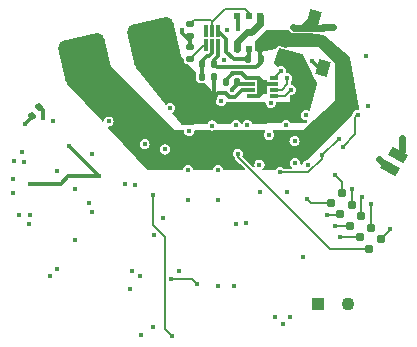
<source format=gbr>
%TF.GenerationSoftware,KiCad,Pcbnew,8.0.3*%
%TF.CreationDate,2024-08-05T21:53:05-05:00*%
%TF.ProjectId,GeckoSmartWatch_V4_1,4765636b-6f53-46d6-9172-745761746368,rev?*%
%TF.SameCoordinates,Original*%
%TF.FileFunction,Copper,L4,Bot*%
%TF.FilePolarity,Positive*%
%FSLAX46Y46*%
G04 Gerber Fmt 4.6, Leading zero omitted, Abs format (unit mm)*
G04 Created by KiCad (PCBNEW 8.0.3) date 2024-08-05 21:53:05*
%MOMM*%
%LPD*%
G01*
G04 APERTURE LIST*
G04 Aperture macros list*
%AMRoundRect*
0 Rectangle with rounded corners*
0 $1 Rounding radius*
0 $2 $3 $4 $5 $6 $7 $8 $9 X,Y pos of 4 corners*
0 Add a 4 corners polygon primitive as box body*
4,1,4,$2,$3,$4,$5,$6,$7,$8,$9,$2,$3,0*
0 Add four circle primitives for the rounded corners*
1,1,$1+$1,$2,$3*
1,1,$1+$1,$4,$5*
1,1,$1+$1,$6,$7*
1,1,$1+$1,$8,$9*
0 Add four rect primitives between the rounded corners*
20,1,$1+$1,$2,$3,$4,$5,0*
20,1,$1+$1,$4,$5,$6,$7,0*
20,1,$1+$1,$6,$7,$8,$9,0*
20,1,$1+$1,$8,$9,$2,$3,0*%
%AMRotRect*
0 Rectangle, with rotation*
0 The origin of the aperture is its center*
0 $1 length*
0 $2 width*
0 $3 Rotation angle, in degrees counterclockwise*
0 Add horizontal line*
21,1,$1,$2,0,0,$3*%
G04 Aperture macros list end*
%TA.AperFunction,ComponentPad*%
%ADD10C,1.100000*%
%TD*%
%TA.AperFunction,ComponentPad*%
%ADD11R,1.100000X1.100000*%
%TD*%
%TA.AperFunction,SMDPad,CuDef*%
%ADD12RoundRect,0.140000X-0.140000X-0.170000X0.140000X-0.170000X0.140000X0.170000X-0.140000X0.170000X0*%
%TD*%
%TA.AperFunction,SMDPad,CuDef*%
%ADD13RoundRect,0.135000X-0.185000X0.135000X-0.185000X-0.135000X0.185000X-0.135000X0.185000X0.135000X0*%
%TD*%
%TA.AperFunction,SMDPad,CuDef*%
%ADD14C,0.787000*%
%TD*%
%TA.AperFunction,SMDPad,CuDef*%
%ADD15RoundRect,0.135000X0.135000X0.185000X-0.135000X0.185000X-0.135000X-0.185000X0.135000X-0.185000X0*%
%TD*%
%TA.AperFunction,SMDPad,CuDef*%
%ADD16RotRect,0.800000X1.500000X240.000000*%
%TD*%
%TA.AperFunction,SMDPad,CuDef*%
%ADD17RoundRect,0.135000X0.054942X-0.222332X0.228495X-0.015500X-0.054942X0.222332X-0.228495X0.015500X0*%
%TD*%
%TA.AperFunction,SMDPad,CuDef*%
%ADD18RoundRect,0.135000X-0.135000X-0.185000X0.135000X-0.185000X0.135000X0.185000X-0.135000X0.185000X0*%
%TD*%
%TA.AperFunction,SMDPad,CuDef*%
%ADD19R,0.750000X0.300000*%
%TD*%
%TA.AperFunction,SMDPad,CuDef*%
%ADD20R,0.900000X1.300000*%
%TD*%
%TA.AperFunction,SMDPad,CuDef*%
%ADD21RoundRect,0.140000X0.140000X0.170000X-0.140000X0.170000X-0.140000X-0.170000X0.140000X-0.170000X0*%
%TD*%
%TA.AperFunction,SMDPad,CuDef*%
%ADD22R,0.300000X1.050000*%
%TD*%
%TA.AperFunction,SMDPad,CuDef*%
%ADD23RoundRect,0.600000X-1.049187X-1.679050X1.679050X-1.049187X1.049187X1.679050X-1.679050X1.049187X0*%
%TD*%
%TA.AperFunction,SMDPad,CuDef*%
%ADD24RoundRect,0.135000X0.185000X-0.135000X0.185000X0.135000X-0.185000X0.135000X-0.185000X-0.135000X0*%
%TD*%
%TA.AperFunction,SMDPad,CuDef*%
%ADD25R,0.620000X0.575000*%
%TD*%
%TA.AperFunction,SMDPad,CuDef*%
%ADD26RotRect,1.000000X1.300000X165.000000*%
%TD*%
%TA.AperFunction,ViaPad*%
%ADD27C,0.450000*%
%TD*%
%TA.AperFunction,Conductor*%
%ADD28C,0.570000*%
%TD*%
%TA.AperFunction,Conductor*%
%ADD29C,0.300000*%
%TD*%
%TA.AperFunction,Conductor*%
%ADD30C,0.200000*%
%TD*%
%TA.AperFunction,Conductor*%
%ADD31C,0.349300*%
%TD*%
%TA.AperFunction,Conductor*%
%ADD32C,0.590000*%
%TD*%
%TA.AperFunction,Conductor*%
%ADD33C,1.000000*%
%TD*%
%TA.AperFunction,Conductor*%
%ADD34C,0.254000*%
%TD*%
%TA.AperFunction,Conductor*%
%ADD35C,0.150000*%
%TD*%
G04 APERTURE END LIST*
D10*
%TO.P,U7,2,GND*%
%TO.N,GND*%
X155140000Y-110358000D03*
D11*
%TO.P,U7,1,VBUS*%
%TO.N,Net-(D2-A)*%
X152600000Y-110358000D03*
%TD*%
D12*
%TO.P,C28,1*%
%TO.N,Net-(IC2-BAT)*%
X142820000Y-90025000D03*
%TO.P,C28,2*%
%TO.N,Net-(BT1--)*%
X143780000Y-90025000D03*
%TD*%
D13*
%TO.P,R13,1*%
%TO.N,Net-(IC2-COUT)*%
X141825000Y-86690000D03*
%TO.P,R13,2*%
%TO.N,GND*%
X141825000Y-87710000D03*
%TD*%
D14*
%TO.P,J1,1,Pin_1*%
%TO.N,+3V0*%
X154667319Y-101004246D03*
%TO.P,J1,2,Pin_2*%
%TO.N,SWDIO*%
X155483659Y-101977122D03*
%TO.P,J1,3,Pin_3*%
%TO.N,GND*%
X156300000Y-102950000D03*
%TO.P,J1,4,Pin_4*%
%TO.N,SWDCLK*%
X157116339Y-103922876D03*
%TO.P,J1,5,Pin_5*%
%TO.N,USB_RTS*%
X157932681Y-104895752D03*
%TO.P,J1,6,Pin_6*%
%TO.N,SWO*%
X156959804Y-105712092D03*
%TO.P,J1,7,Pin_7*%
%TO.N,USB_RX*%
X156143463Y-104739215D03*
%TO.P,J1,8,Pin_8*%
%TO.N,USB_CTS*%
X155327124Y-103766339D03*
%TO.P,J1,9,Pin_9*%
%TO.N,USB_TX*%
X154510784Y-102793462D03*
%TO.P,J1,10,Pin_10*%
%TO.N,~{RESET}*%
X153694443Y-101820586D03*
%TD*%
D15*
%TO.P,R11,1*%
%TO.N,VCELL*%
X143810000Y-91150000D03*
%TO.P,R11,2*%
%TO.N,Net-(IC2-BAT)*%
X142790000Y-91150000D03*
%TD*%
D16*
%TO.P,M1,1,+*%
%TO.N,+3V0*%
X159364824Y-97775065D03*
%TO.P,M1,2,-*%
%TO.N,Net-(D1-A)*%
X158714821Y-98900899D03*
%TD*%
D17*
%TO.P,TH1,1*%
%TO.N,Net-(U6-NTC)*%
X128372179Y-94465682D03*
%TO.P,TH1,2*%
%TO.N,GND*%
X129027821Y-93684318D03*
%TD*%
D18*
%TO.P,R14,1*%
%TO.N,Net-(IC2-DOUT)*%
X146740000Y-89650000D03*
%TO.P,R14,2*%
%TO.N,Net-(BT1--)*%
X147760000Y-89650000D03*
%TD*%
D19*
%TO.P,IC1,1,CTG*%
%TO.N,GND*%
X146925000Y-92737500D03*
%TO.P,IC1,2,CELL*%
%TO.N,VCELL*%
X146925000Y-92237500D03*
%TO.P,IC1,3,VDD*%
%TO.N,+3V0*%
X146925000Y-91737500D03*
%TO.P,IC1,4,GND*%
%TO.N,GND*%
X146925000Y-91237500D03*
%TO.P,IC1,5,~{ALRT}*%
%TO.N,FUEL_ALERT*%
X148925000Y-91237500D03*
%TO.P,IC1,6,QSTRT*%
%TO.N,GND*%
X148925000Y-91737500D03*
%TO.P,IC1,7,SCL*%
%TO.N,SCL*%
X148925000Y-92237500D03*
%TO.P,IC1,8,SDA*%
%TO.N,SDA*%
X148925000Y-92737500D03*
D20*
%TO.P,IC1,9,EP*%
%TO.N,GND*%
X147925000Y-91987500D03*
%TD*%
D21*
%TO.P,C22,1*%
%TO.N,+3V0*%
X145805000Y-91550000D03*
%TO.P,C22,2*%
%TO.N,GND*%
X144845000Y-91550000D03*
%TD*%
D22*
%TO.P,IC2,1,NC*%
%TO.N,unconnected-(IC2-NC-Pad1)*%
X143175000Y-87262000D03*
%TO.P,IC2,2,COUT*%
%TO.N,Net-(IC2-COUT)*%
X143675000Y-87262000D03*
%TO.P,IC2,3,DOUT*%
%TO.N,Net-(IC2-DOUT)*%
X144175000Y-87262000D03*
%TO.P,IC2,4,VSS*%
%TO.N,Net-(BT1--)*%
X144175000Y-88462000D03*
%TO.P,IC2,5,BAT*%
%TO.N,Net-(IC2-BAT)*%
X143675000Y-88462000D03*
%TO.P,IC2,6,V-*%
%TO.N,Net-(IC2-V-)*%
X143175000Y-88462000D03*
%TD*%
D23*
%TO.P,BT1,1,+*%
%TO.N,VCELL*%
X138773110Y-88405147D03*
%TO.P,BT1,2,-*%
%TO.N,Net-(BT1--)*%
X132926890Y-89754853D03*
%TD*%
D24*
%TO.P,R12,1*%
%TO.N,Net-(IC2-V-)*%
X141825000Y-89635000D03*
%TO.P,R12,2*%
%TO.N,GND*%
X141825000Y-88615000D03*
%TD*%
D25*
%TO.P,U8,1,S1*%
%TO.N,GND*%
X145800000Y-86012000D03*
%TO.P,U8,2,G1*%
%TO.N,Net-(IC2-COUT)*%
X146750000Y-86012000D03*
%TO.P,U8,3,D2*%
%TO.N,Net-(U8-D1)*%
X147700000Y-86012000D03*
%TO.P,U8,4,S2*%
%TO.N,Net-(BT1--)*%
X147700000Y-88788000D03*
%TO.P,U8,5,G2*%
%TO.N,Net-(IC2-DOUT)*%
X146750000Y-88788000D03*
%TO.P,U8,6,D1*%
%TO.N,Net-(U8-D1)*%
X145800000Y-88788000D03*
%TD*%
D26*
%TO.P,SW1,1,A*%
%TO.N,GND*%
X153010674Y-90386488D03*
%TO.P,SW1,2,B*%
%TO.N,Net-(SW1-B)*%
X152329698Y-86166445D03*
%TO.P,SW1,3,C*%
%TO.N,VCELL*%
X149629933Y-89480622D03*
%TD*%
D27*
%TO.N,GND*%
X156825000Y-93600000D03*
X134900000Y-94925000D03*
X133525000Y-97675000D03*
X141075000Y-87200000D03*
X145865883Y-87090883D03*
%TO.N,+3V0*%
X133275000Y-101850000D03*
X145325000Y-92250000D03*
X154075000Y-99425000D03*
X159750000Y-96350000D03*
X147700000Y-100900000D03*
X129925000Y-108000000D03*
X148637500Y-93350000D03*
X132075000Y-104950000D03*
X145675000Y-95200000D03*
X150639247Y-96595000D03*
X133475000Y-102625000D03*
X137625000Y-113000000D03*
X137575000Y-108000000D03*
X151608147Y-94400000D03*
X139475000Y-103075000D03*
X151742500Y-98592500D03*
X145725000Y-103600000D03*
X139675000Y-97300000D03*
X145500000Y-108900000D03*
X147672106Y-98575001D03*
%TO.N,GND*%
X130550000Y-107450000D03*
X150675000Y-98450000D03*
X138750000Y-104525000D03*
X141625000Y-101575000D03*
X146525000Y-103550000D03*
X145350000Y-90900000D03*
X144150000Y-108850000D03*
X143650000Y-95275000D03*
X144165000Y-101575000D03*
X149975000Y-100875000D03*
X129325000Y-94600000D03*
X140900000Y-107575000D03*
X144425000Y-93225000D03*
X144636052Y-89700701D03*
X148475000Y-96050000D03*
X151375000Y-106425000D03*
X152150000Y-89825000D03*
X136700000Y-109100000D03*
X140125000Y-93775000D03*
X130500000Y-99125000D03*
X144925587Y-87199413D03*
X126770000Y-101025000D03*
X156725000Y-89400000D03*
X149900000Y-95200000D03*
X136250000Y-100250000D03*
X136900000Y-107550000D03*
X126770000Y-99825000D03*
X138650000Y-112350000D03*
X132025000Y-100625000D03*
X156350000Y-101300000D03*
X137950000Y-96850000D03*
X144165000Y-99035000D03*
X146655000Y-95255000D03*
X141625000Y-99035000D03*
%TO.N,/Power/VSYS*%
X134125000Y-99550000D03*
X131525000Y-97025000D03*
X128267702Y-100225000D03*
%TO.N,Net-(SW1-B)*%
X130225000Y-94850000D03*
X150525000Y-86925000D03*
X153875000Y-86950000D03*
X127575000Y-97550000D03*
X151325000Y-86975000D03*
X153075000Y-86925000D03*
X126900000Y-98275000D03*
X127713000Y-98350000D03*
%TO.N,VBUS*%
X128150000Y-103625000D03*
X128225000Y-102825000D03*
X149000000Y-111500000D03*
X150275000Y-111500000D03*
X127350000Y-102825000D03*
X149675000Y-112075000D03*
%TO.N,Net-(D1-A)*%
X157775000Y-98100000D03*
%TO.N,SCL*%
X150025000Y-91275000D03*
%TO.N,FUEL_ALERT*%
X149475000Y-90650000D03*
%TO.N,SDA*%
X152950000Y-97800000D03*
X150325000Y-92250000D03*
X149425000Y-99225000D03*
X154375000Y-96375000D03*
%TO.N,USB_RTS*%
X158725000Y-104075000D03*
%TO.N,SWDIO*%
X155483659Y-100625000D03*
%TO.N,SWDCLK*%
X157116339Y-101925000D03*
%TO.N,USB_CTS*%
X154025000Y-103800000D03*
%TO.N,USB_RX*%
X154500000Y-104725000D03*
%TO.N,USB_TX*%
X153425000Y-102875000D03*
%TO.N,SWO*%
X145850000Y-97650000D03*
%TO.N,~{RESET}*%
X151675000Y-101475000D03*
%TO.N,BUZZER*%
X155978203Y-94346797D03*
X154725000Y-97100000D03*
%TO.N,LCD_CS*%
X142394576Y-108725000D03*
X140150000Y-108250000D03*
%TO.N,Net-(U6-NTC)*%
X127800000Y-95175000D03*
%TO.N,LCD_RESET*%
X138650000Y-101150000D03*
X140275000Y-113100000D03*
%TO.N,Net-(U1-DEC4)*%
X141731232Y-95743768D03*
X137158946Y-100316054D03*
%TD*%
D28*
%TO.N,+3V0*%
X159750000Y-97389889D02*
X159364824Y-97775065D01*
X159750000Y-96350000D02*
X159750000Y-97389889D01*
D29*
%TO.N,Net-(BT1--)*%
X147700000Y-89590000D02*
X147760000Y-89650000D01*
X147700000Y-88788000D02*
X147700000Y-89590000D01*
%TO.N,Net-(IC2-DOUT)*%
X146750000Y-89640000D02*
X146740000Y-89650000D01*
X146750000Y-88788000D02*
X146750000Y-89640000D01*
D30*
%TO.N,Net-(IC2-COUT)*%
X142140000Y-86375000D02*
X141825000Y-86690000D01*
X143563000Y-86375000D02*
X142140000Y-86375000D01*
X143675000Y-86487000D02*
X143563000Y-86375000D01*
X146750000Y-85764500D02*
X146410000Y-85424500D01*
X146750000Y-86012000D02*
X146750000Y-85764500D01*
X146410000Y-85424500D02*
X144737500Y-85424500D01*
X144737500Y-85424500D02*
X143675000Y-86487000D01*
X143675000Y-87262000D02*
X143675000Y-86487000D01*
X141825000Y-86650000D02*
X141825000Y-86690000D01*
D31*
%TO.N,GND*%
X141075000Y-87400000D02*
X141075000Y-87200000D01*
X141825000Y-88150000D02*
X141825000Y-88615000D01*
X141825000Y-88150000D02*
X141075000Y-87400000D01*
X141825000Y-87710000D02*
X141825000Y-88150000D01*
D30*
%TO.N,Net-(IC2-V-)*%
X142998000Y-88462000D02*
X141825000Y-89635000D01*
X143175000Y-88462000D02*
X142998000Y-88462000D01*
D31*
%TO.N,GND*%
X145865883Y-86077883D02*
X145800000Y-86012000D01*
X145865883Y-87090883D02*
X145865883Y-86077883D01*
D32*
%TO.N,Net-(U8-D1)*%
X147700000Y-86649500D02*
X147700000Y-86012000D01*
X146974500Y-87375000D02*
X147700000Y-86649500D01*
X146600000Y-87375000D02*
X146974500Y-87375000D01*
X145800000Y-88788000D02*
X145800000Y-88175000D01*
X145800000Y-88175000D02*
X146600000Y-87375000D01*
D33*
%TO.N,Net-(BT1--)*%
X154575000Y-94650000D02*
X151700000Y-97525000D01*
D31*
X146345854Y-90300350D02*
X144055350Y-90300350D01*
X146390154Y-90344650D02*
X146345854Y-90300350D01*
X144055350Y-90300350D02*
X143780000Y-90025000D01*
D33*
X147033148Y-97525000D02*
X146233148Y-96725000D01*
X140825000Y-96750000D02*
X133829853Y-89754853D01*
D31*
X147675000Y-89565000D02*
X147760000Y-89650000D01*
D29*
X143780000Y-90025000D02*
X143780000Y-89752107D01*
D33*
X152950000Y-88150000D02*
X154575000Y-89775000D01*
X145441852Y-96750000D02*
X140825000Y-96750000D01*
X154575000Y-89775000D02*
X154575000Y-94650000D01*
X151700000Y-97525000D02*
X147033148Y-97525000D01*
X150175000Y-88150000D02*
X152950000Y-88150000D01*
D31*
X147760000Y-89650000D02*
X147760000Y-89969999D01*
D33*
X145466852Y-96725000D02*
X145441852Y-96750000D01*
D29*
X143780000Y-89752107D02*
X144175000Y-89357107D01*
D33*
X133829853Y-89754853D02*
X132926890Y-89754853D01*
D31*
X147760000Y-89969999D02*
X147385349Y-90344650D01*
X147385349Y-90344650D02*
X146390154Y-90344650D01*
D33*
X146233148Y-96725000D02*
X145466852Y-96725000D01*
D29*
X144175000Y-89357107D02*
X144175000Y-88462000D01*
X147675000Y-89727000D02*
X147760000Y-89812000D01*
D33*
%TO.N,VCELL*%
X143287500Y-93437500D02*
X138773110Y-88923110D01*
X150425000Y-94275000D02*
X144125000Y-94275000D01*
X144125000Y-94275000D02*
X143287500Y-93437500D01*
D29*
X143810000Y-91150000D02*
X143810000Y-92915000D01*
D33*
X138773110Y-88923110D02*
X138773110Y-88405147D01*
D29*
X146925000Y-92237500D02*
X146200000Y-92237500D01*
X146200000Y-92237500D02*
X145612500Y-92825000D01*
D33*
X151300000Y-91150689D02*
X151300000Y-93400000D01*
X151300000Y-93400000D02*
X150425000Y-94275000D01*
D34*
X143192963Y-92825000D02*
X138773110Y-88405147D01*
D29*
X144175000Y-92550000D02*
X143287500Y-93437500D01*
X144811827Y-92550000D02*
X144175000Y-92550000D01*
D33*
X149629933Y-89480622D02*
X151300000Y-91150689D01*
D31*
X143810000Y-92915000D02*
X143287500Y-93437500D01*
D29*
X145612500Y-92825000D02*
X145086827Y-92825000D01*
X145086827Y-92825000D02*
X144811827Y-92550000D01*
%TO.N,+3V0*%
X146925000Y-91737500D02*
X145992500Y-91737500D01*
X145325000Y-92250000D02*
X145805000Y-91770000D01*
D30*
X154667319Y-101004246D02*
X154667319Y-100017319D01*
D29*
X145805000Y-91770000D02*
X145805000Y-91550000D01*
X145992500Y-91737500D02*
X145805000Y-91550000D01*
D30*
X154667319Y-100017319D02*
X154075000Y-99425000D01*
D31*
%TO.N,GND*%
X145350000Y-90900000D02*
X145384650Y-90865350D01*
D29*
X153010674Y-90386488D02*
X152711488Y-90386488D01*
X129325000Y-93981497D02*
X129027821Y-93684318D01*
D31*
X145384650Y-90865350D02*
X146163703Y-90865350D01*
D29*
X147650000Y-91237500D02*
X147925000Y-91512500D01*
X152711488Y-90386488D02*
X152150000Y-89825000D01*
X146925000Y-91237500D02*
X147650000Y-91237500D01*
D31*
X146163703Y-90865350D02*
X146511203Y-91212850D01*
D29*
X148175000Y-91737500D02*
X148925000Y-91737500D01*
X147925000Y-91987500D02*
X148175000Y-91737500D01*
X144845000Y-91405000D02*
X144845000Y-91550000D01*
X147650000Y-92737500D02*
X147925000Y-92462500D01*
D30*
X156300000Y-102950000D02*
X156300000Y-101350000D01*
D29*
X129325000Y-94600000D02*
X129325000Y-93981497D01*
X147925000Y-91512500D02*
X147925000Y-91987500D01*
X147925000Y-92462500D02*
X147925000Y-91987500D01*
X146925000Y-92737500D02*
X147650000Y-92737500D01*
D30*
X156300000Y-101350000D02*
X156350000Y-101300000D01*
D29*
X145350000Y-90900000D02*
X144845000Y-91405000D01*
D31*
X146511203Y-91212850D02*
X146925000Y-91212850D01*
D29*
%TO.N,/Power/VSYS*%
X130825000Y-100225000D02*
X128267702Y-100225000D01*
X134050000Y-99550000D02*
X131525000Y-97025000D01*
X134125000Y-99550000D02*
X134050000Y-99550000D01*
X131500000Y-99550000D02*
X130825000Y-100225000D01*
X134125000Y-99550000D02*
X131500000Y-99550000D01*
D28*
%TO.N,Net-(SW1-B)*%
X151325000Y-86975000D02*
X150575000Y-86975000D01*
X150575000Y-86975000D02*
X150525000Y-86925000D01*
X151325000Y-86975000D02*
X153025000Y-86975000D01*
X153850000Y-86925000D02*
X153875000Y-86950000D01*
X153075000Y-86925000D02*
X153850000Y-86925000D01*
X153025000Y-86975000D02*
X153075000Y-86925000D01*
X152133555Y-86166445D02*
X151325000Y-86975000D01*
X152329698Y-86166445D02*
X152133555Y-86166445D01*
D29*
%TO.N,Net-(IC2-BAT)*%
X143675000Y-89150000D02*
X143425000Y-89400000D01*
X143425000Y-89400000D02*
X143225000Y-89400000D01*
X142820000Y-90025000D02*
X142820000Y-91120000D01*
X143225000Y-89400000D02*
X142820000Y-89805000D01*
X143675000Y-88462000D02*
X143675000Y-89150000D01*
X142820000Y-91120000D02*
X142790000Y-91150000D01*
X142820000Y-89805000D02*
X142820000Y-90025000D01*
D28*
%TO.N,Net-(D1-A)*%
X158714821Y-98900899D02*
X158575899Y-98900899D01*
X158575899Y-98900899D02*
X157775000Y-98100000D01*
D30*
%TO.N,SCL*%
X149550000Y-92237500D02*
X148925000Y-92237500D01*
X150025000Y-91762500D02*
X149550000Y-92237500D01*
X150025000Y-91275000D02*
X150025000Y-91762500D01*
%TO.N,FUEL_ALERT*%
X149475000Y-90687500D02*
X148925000Y-91237500D01*
X149475000Y-90650000D02*
X149475000Y-90687500D01*
D35*
%TO.N,SDA*%
X151817107Y-99225000D02*
X152950000Y-98092107D01*
X152950000Y-97800000D02*
X154375000Y-96375000D01*
X149425000Y-99225000D02*
X151817107Y-99225000D01*
X152950000Y-98092107D02*
X152950000Y-97800000D01*
D30*
X149837500Y-92737500D02*
X148925000Y-92737500D01*
X150325000Y-92250000D02*
X149837500Y-92737500D01*
D29*
%TO.N,Net-(IC2-V-)*%
X143165000Y-88472000D02*
X143175000Y-88462000D01*
%TO.N,Net-(IC2-DOUT)*%
X146740000Y-89650000D02*
X145475000Y-89650000D01*
X144850000Y-89025000D02*
X144850000Y-87937000D01*
X146725000Y-89797000D02*
X146740000Y-89812000D01*
X145475000Y-89650000D02*
X144850000Y-89025000D01*
D31*
X146725000Y-89635000D02*
X146740000Y-89650000D01*
D29*
X144850000Y-87937000D02*
X144175000Y-87262000D01*
D35*
%TO.N,USB_RTS*%
X158725000Y-104103433D02*
X157932681Y-104895752D01*
X158725000Y-104075000D02*
X158725000Y-104103433D01*
D30*
%TO.N,SWDIO*%
X155483659Y-100625000D02*
X155483659Y-101977122D01*
%TO.N,SWDCLK*%
X157116339Y-101925000D02*
X157116339Y-103922876D01*
D35*
%TO.N,USB_CTS*%
X154025000Y-103800000D02*
X154058661Y-103766339D01*
X154058661Y-103766339D02*
X155327124Y-103766339D01*
%TO.N,USB_RX*%
X154500000Y-104725000D02*
X156129248Y-104725000D01*
X156129248Y-104725000D02*
X156143463Y-104739215D01*
%TO.N,USB_TX*%
X153425000Y-102875000D02*
X154429245Y-102875000D01*
X154429245Y-102875000D02*
X154510783Y-102793462D01*
%TO.N,SWO*%
X145850000Y-97925000D02*
X153637092Y-105712092D01*
X145850000Y-97650000D02*
X145850000Y-97925000D01*
X153637092Y-105712092D02*
X156959804Y-105712092D01*
D30*
%TO.N,~{RESET}*%
X152020586Y-101820586D02*
X153694443Y-101820586D01*
X151675000Y-101475000D02*
X152020586Y-101820586D01*
D35*
%TO.N,BUZZER*%
X155800000Y-94525000D02*
X155800000Y-96025000D01*
X155978203Y-94346797D02*
X155800000Y-94525000D01*
X155800000Y-96025000D02*
X154725000Y-97100000D01*
%TO.N,LCD_CS*%
X142394576Y-108725000D02*
X141919576Y-108250000D01*
X141919576Y-108250000D02*
X140150000Y-108250000D01*
D34*
%TO.N,Net-(U6-NTC)*%
X127800000Y-95175000D02*
X127800000Y-95037861D01*
X127800000Y-95037861D02*
X128372179Y-94465682D01*
D35*
%TO.N,LCD_RESET*%
X138650000Y-101150000D02*
X138650000Y-103717893D01*
X139650000Y-104717893D02*
X139650000Y-112475000D01*
X139650000Y-112475000D02*
X140275000Y-113100000D01*
X138650000Y-103717893D02*
X139650000Y-104717893D01*
%TD*%
%TA.AperFunction,Conductor*%
%TO.N,Net-(BT1--)*%
G36*
X149857321Y-87151100D02*
G01*
X150070961Y-87183227D01*
X150125693Y-87210577D01*
X150134780Y-87220858D01*
X150136501Y-87223101D01*
X150136504Y-87223104D01*
X150276896Y-87363497D01*
X150387604Y-87427414D01*
X150511083Y-87460500D01*
X150511085Y-87460500D01*
X151907425Y-87460500D01*
X151922147Y-87461601D01*
X153146731Y-87645749D01*
X153196650Y-87668664D01*
X155323582Y-89502226D01*
X155355311Y-89554542D01*
X155356308Y-89559303D01*
X156137619Y-93807679D01*
X156129549Y-93868330D01*
X156087370Y-93912654D01*
X156027194Y-93923721D01*
X156024766Y-93923367D01*
X155978205Y-93915993D01*
X155978202Y-93915993D01*
X155845075Y-93937078D01*
X155845073Y-93937079D01*
X155724985Y-93998267D01*
X155629673Y-94093579D01*
X155568485Y-94213667D01*
X155568484Y-94213669D01*
X155547399Y-94346795D01*
X155550836Y-94368500D01*
X155544518Y-94421869D01*
X155529460Y-94458223D01*
X155506502Y-94491808D01*
X151687406Y-98152507D01*
X151634391Y-98178817D01*
X151609376Y-98182779D01*
X151609370Y-98182782D01*
X151489282Y-98243970D01*
X151393970Y-98339282D01*
X151332782Y-98459370D01*
X151332781Y-98459371D01*
X151331823Y-98465423D01*
X151304044Y-98519939D01*
X151302548Y-98521404D01*
X151269543Y-98553040D01*
X151214450Y-98579657D01*
X151154234Y-98568808D01*
X151111895Y-98524637D01*
X151103256Y-98466083D01*
X151105804Y-98450000D01*
X151084719Y-98316874D01*
X151023528Y-98196780D01*
X150928220Y-98101472D01*
X150928217Y-98101470D01*
X150808129Y-98040282D01*
X150808127Y-98040281D01*
X150675000Y-98019196D01*
X150541872Y-98040281D01*
X150541870Y-98040282D01*
X150421782Y-98101470D01*
X150326470Y-98196782D01*
X150265282Y-98316870D01*
X150265281Y-98316872D01*
X150244196Y-98449999D01*
X150244196Y-98450000D01*
X150265281Y-98583127D01*
X150265282Y-98583129D01*
X150317937Y-98686470D01*
X150326472Y-98703220D01*
X150403750Y-98780498D01*
X150431526Y-98835013D01*
X150421955Y-98895445D01*
X150378690Y-98938710D01*
X150333745Y-98949500D01*
X149792256Y-98949500D01*
X149734065Y-98930593D01*
X149722253Y-98920504D01*
X149678221Y-98876473D01*
X149678217Y-98876470D01*
X149558129Y-98815282D01*
X149558127Y-98815281D01*
X149425000Y-98794196D01*
X149291872Y-98815281D01*
X149291870Y-98815282D01*
X149171782Y-98876470D01*
X149171780Y-98876472D01*
X149076472Y-98971780D01*
X149051420Y-99020946D01*
X149008157Y-99064210D01*
X148963212Y-99075000D01*
X148012862Y-99075000D01*
X147954671Y-99056093D01*
X147918707Y-99006593D01*
X147918707Y-98945407D01*
X147942856Y-98905998D01*
X148020634Y-98828221D01*
X148081825Y-98708127D01*
X148102910Y-98575001D01*
X148081825Y-98441875D01*
X148020634Y-98321781D01*
X147925326Y-98226473D01*
X147925323Y-98226471D01*
X147805235Y-98165283D01*
X147805233Y-98165282D01*
X147672106Y-98144197D01*
X147538978Y-98165282D01*
X147538976Y-98165283D01*
X147418888Y-98226471D01*
X147323576Y-98321783D01*
X147262388Y-98441871D01*
X147262387Y-98441873D01*
X147241302Y-98575000D01*
X147241302Y-98575001D01*
X147259821Y-98691930D01*
X147250249Y-98752363D01*
X147206985Y-98795627D01*
X147146552Y-98805198D01*
X147092036Y-98777421D01*
X146255905Y-97941290D01*
X146228128Y-97886773D01*
X146237699Y-97826341D01*
X146237700Y-97826339D01*
X146259719Y-97783126D01*
X146280804Y-97650000D01*
X146259719Y-97516874D01*
X146198528Y-97396780D01*
X146103220Y-97301472D01*
X146103217Y-97301470D01*
X145983129Y-97240282D01*
X145983127Y-97240281D01*
X145850000Y-97219196D01*
X145716872Y-97240281D01*
X145716870Y-97240282D01*
X145596782Y-97301470D01*
X145501470Y-97396782D01*
X145440282Y-97516870D01*
X145440281Y-97516872D01*
X145419196Y-97649999D01*
X145419196Y-97650000D01*
X145440281Y-97783127D01*
X145440282Y-97783129D01*
X145501470Y-97903217D01*
X145501472Y-97903220D01*
X145558067Y-97959815D01*
X145579523Y-97991928D01*
X145609584Y-98064498D01*
X145616443Y-98081058D01*
X146030065Y-98494680D01*
X146441381Y-98905996D01*
X146469158Y-98960513D01*
X146459587Y-99020945D01*
X146416322Y-99064210D01*
X146371377Y-99075000D01*
X144686693Y-99075000D01*
X144628502Y-99056093D01*
X144592538Y-99006593D01*
X144588912Y-98991487D01*
X144582262Y-98949500D01*
X144574719Y-98901874D01*
X144513528Y-98781780D01*
X144418220Y-98686472D01*
X144418217Y-98686470D01*
X144298129Y-98625282D01*
X144298127Y-98625281D01*
X144165000Y-98604196D01*
X144031872Y-98625281D01*
X144031870Y-98625282D01*
X143911782Y-98686470D01*
X143816470Y-98781782D01*
X143755282Y-98901870D01*
X143755281Y-98901872D01*
X143741088Y-98991487D01*
X143713311Y-99046003D01*
X143658794Y-99073781D01*
X143643307Y-99075000D01*
X142146693Y-99075000D01*
X142088502Y-99056093D01*
X142052538Y-99006593D01*
X142048912Y-98991487D01*
X142042262Y-98949500D01*
X142034719Y-98901874D01*
X141973528Y-98781780D01*
X141878220Y-98686472D01*
X141878217Y-98686470D01*
X141758129Y-98625282D01*
X141758127Y-98625281D01*
X141625000Y-98604196D01*
X141491872Y-98625281D01*
X141491870Y-98625282D01*
X141371782Y-98686470D01*
X141276470Y-98781782D01*
X141215282Y-98901870D01*
X141215281Y-98901872D01*
X141201088Y-98991487D01*
X141173311Y-99046003D01*
X141118794Y-99073781D01*
X141103307Y-99075000D01*
X138218172Y-99075000D01*
X138159981Y-99056093D01*
X138145625Y-99043365D01*
X137214190Y-98040282D01*
X136526784Y-97299999D01*
X139244196Y-97299999D01*
X139244196Y-97300000D01*
X139265281Y-97433127D01*
X139265282Y-97433129D01*
X139326470Y-97553217D01*
X139326472Y-97553220D01*
X139421780Y-97648528D01*
X139541874Y-97709719D01*
X139675000Y-97730804D01*
X139808126Y-97709719D01*
X139928220Y-97648528D01*
X140023528Y-97553220D01*
X140084719Y-97433126D01*
X140105804Y-97300000D01*
X140084719Y-97166874D01*
X140023528Y-97046780D01*
X139928220Y-96951472D01*
X139928217Y-96951470D01*
X139808129Y-96890282D01*
X139808127Y-96890281D01*
X139675000Y-96869196D01*
X139541872Y-96890281D01*
X139541870Y-96890282D01*
X139421782Y-96951470D01*
X139326470Y-97046782D01*
X139265282Y-97166870D01*
X139265281Y-97166872D01*
X139244196Y-97299999D01*
X136526784Y-97299999D01*
X136108927Y-96849999D01*
X137519196Y-96849999D01*
X137519196Y-96850000D01*
X137540281Y-96983127D01*
X137540282Y-96983129D01*
X137599831Y-97100000D01*
X137601472Y-97103220D01*
X137696780Y-97198528D01*
X137816874Y-97259719D01*
X137950000Y-97280804D01*
X138083126Y-97259719D01*
X138203220Y-97198528D01*
X138298528Y-97103220D01*
X138359719Y-96983126D01*
X138380804Y-96850000D01*
X138359719Y-96716874D01*
X138298528Y-96596780D01*
X138296747Y-96594999D01*
X150208443Y-96594999D01*
X150208443Y-96595000D01*
X150229528Y-96728127D01*
X150229529Y-96728129D01*
X150289985Y-96846780D01*
X150290719Y-96848220D01*
X150386027Y-96943528D01*
X150506121Y-97004719D01*
X150639247Y-97025804D01*
X150772373Y-97004719D01*
X150892467Y-96943528D01*
X150987775Y-96848220D01*
X151048966Y-96728126D01*
X151070051Y-96595000D01*
X151048966Y-96461874D01*
X150987775Y-96341780D01*
X150892467Y-96246472D01*
X150892464Y-96246470D01*
X150772376Y-96185282D01*
X150772374Y-96185281D01*
X150639247Y-96164196D01*
X150506119Y-96185281D01*
X150506117Y-96185282D01*
X150386029Y-96246470D01*
X150290717Y-96341782D01*
X150229529Y-96461870D01*
X150229528Y-96461872D01*
X150208443Y-96594999D01*
X138296747Y-96594999D01*
X138203220Y-96501472D01*
X138203217Y-96501470D01*
X138083129Y-96440282D01*
X138083127Y-96440281D01*
X137950000Y-96419196D01*
X137816872Y-96440281D01*
X137816870Y-96440282D01*
X137696782Y-96501470D01*
X137601470Y-96596782D01*
X137540282Y-96716870D01*
X137540281Y-96716872D01*
X137519196Y-96849999D01*
X136108927Y-96849999D01*
X134870721Y-95516546D01*
X134844983Y-95461041D01*
X134856784Y-95401005D01*
X134901621Y-95359371D01*
X134927780Y-95351403D01*
X135033126Y-95334719D01*
X135153220Y-95273528D01*
X135248528Y-95178220D01*
X135309719Y-95058126D01*
X135330804Y-94925000D01*
X135309719Y-94791874D01*
X135248528Y-94671780D01*
X135153220Y-94576472D01*
X135153217Y-94576470D01*
X135033129Y-94515282D01*
X135033127Y-94515281D01*
X134900000Y-94494196D01*
X134766872Y-94515281D01*
X134766870Y-94515282D01*
X134646782Y-94576470D01*
X134551470Y-94671782D01*
X134490282Y-94791870D01*
X134490281Y-94791872D01*
X134479502Y-94859926D01*
X134451724Y-94914442D01*
X134397207Y-94942219D01*
X134336775Y-94932647D01*
X134309174Y-94911803D01*
X131465208Y-91849070D01*
X131439469Y-91793564D01*
X131451270Y-91733528D01*
X131496107Y-91691894D01*
X131514623Y-91685447D01*
X135147810Y-90812539D01*
X135208808Y-90817329D01*
X135238985Y-90836893D01*
X140325000Y-95650000D01*
X140325002Y-95650000D01*
X141201428Y-95650000D01*
X141259619Y-95668907D01*
X141295583Y-95718407D01*
X141298401Y-95736200D01*
X141299209Y-95736073D01*
X141321513Y-95876895D01*
X141321514Y-95876897D01*
X141382702Y-95996985D01*
X141382704Y-95996988D01*
X141478012Y-96092296D01*
X141598106Y-96153487D01*
X141731232Y-96174572D01*
X141864358Y-96153487D01*
X141984452Y-96092296D01*
X142079760Y-95996988D01*
X142140951Y-95876894D01*
X142162036Y-95743768D01*
X142163255Y-95736073D01*
X142166090Y-95736522D01*
X142180943Y-95690809D01*
X142230443Y-95654845D01*
X142261036Y-95650000D01*
X143424966Y-95650000D01*
X143469910Y-95660789D01*
X143516874Y-95684719D01*
X143650000Y-95705804D01*
X143783126Y-95684719D01*
X143830089Y-95660789D01*
X143875034Y-95650000D01*
X146469219Y-95650000D01*
X146514161Y-95660789D01*
X146521874Y-95664719D01*
X146655000Y-95685804D01*
X146788126Y-95664719D01*
X146795838Y-95660789D01*
X146840781Y-95650000D01*
X148039707Y-95650000D01*
X148097898Y-95668907D01*
X148133862Y-95718407D01*
X148133862Y-95779593D01*
X148127917Y-95793945D01*
X148065281Y-95916874D01*
X148044196Y-96049999D01*
X148044196Y-96050000D01*
X148065281Y-96183127D01*
X148065282Y-96183129D01*
X148097556Y-96246470D01*
X148126472Y-96303220D01*
X148221780Y-96398528D01*
X148341874Y-96459719D01*
X148475000Y-96480804D01*
X148608126Y-96459719D01*
X148728220Y-96398528D01*
X148823528Y-96303220D01*
X148884719Y-96183126D01*
X148905804Y-96050000D01*
X148884719Y-95916874D01*
X148823528Y-95796780D01*
X148823526Y-95796778D01*
X148822083Y-95793945D01*
X148812512Y-95733513D01*
X148840289Y-95678997D01*
X148894806Y-95651219D01*
X148910293Y-95650000D01*
X151324999Y-95650000D01*
X151325000Y-95650000D01*
X154075000Y-93175000D01*
X154075000Y-90000000D01*
X154074999Y-89999998D01*
X152700000Y-88650000D01*
X150075000Y-88650000D01*
X150021695Y-88658416D01*
X149932848Y-88672444D01*
X149891786Y-88670282D01*
X149348022Y-88524581D01*
X149348020Y-88524580D01*
X149288522Y-88520681D01*
X149288516Y-88520682D01*
X149212992Y-88546319D01*
X149212988Y-88546321D01*
X149153020Y-88598911D01*
X149126642Y-88652396D01*
X149102066Y-88744116D01*
X149068742Y-88795430D01*
X149021880Y-88816281D01*
X148182670Y-88948789D01*
X148167230Y-88950000D01*
X147420645Y-88950000D01*
X147362454Y-88931093D01*
X147326490Y-88881593D01*
X147321704Y-88854412D01*
X147301359Y-88264417D01*
X147318249Y-88205609D01*
X147326111Y-88195452D01*
X148185399Y-87223101D01*
X148220447Y-87183442D01*
X148273149Y-87152359D01*
X148294631Y-87150000D01*
X149842600Y-87150000D01*
X149857321Y-87151100D01*
G37*
%TD.AperFunction*%
%TD*%
%TA.AperFunction,Conductor*%
%TO.N,VCELL*%
G36*
X149411146Y-88754244D02*
G01*
X149838599Y-88868780D01*
X149880981Y-88875498D01*
X149922043Y-88877660D01*
X149964897Y-88875429D01*
X149964907Y-88875427D01*
X149966528Y-88875343D01*
X149996231Y-88878303D01*
X151291281Y-89209962D01*
X151305513Y-89213607D01*
X151357194Y-89246360D01*
X151370034Y-89266321D01*
X152146687Y-90868168D01*
X152153345Y-90902237D01*
X152155528Y-90901950D01*
X152156800Y-90911614D01*
X152182439Y-90987144D01*
X152222677Y-91033028D01*
X152237326Y-91055111D01*
X152534235Y-91667486D01*
X152542609Y-91728096D01*
X152541112Y-91735025D01*
X151973305Y-93972851D01*
X151940667Y-94024604D01*
X151883843Y-94047290D01*
X151832401Y-94036713D01*
X151815732Y-94028220D01*
X151741273Y-93990281D01*
X151608147Y-93969196D01*
X151475019Y-93990281D01*
X151475017Y-93990282D01*
X151354929Y-94051470D01*
X151259617Y-94146782D01*
X151198429Y-94266870D01*
X151198428Y-94266872D01*
X151177343Y-94399999D01*
X151177343Y-94400000D01*
X151198428Y-94533127D01*
X151198429Y-94533129D01*
X151259617Y-94653217D01*
X151259619Y-94653220D01*
X151354927Y-94748528D01*
X151475021Y-94809719D01*
X151608147Y-94830804D01*
X151613392Y-94829973D01*
X151673824Y-94839544D01*
X151717089Y-94882808D01*
X151726661Y-94943240D01*
X151724839Y-94952103D01*
X151718667Y-94976427D01*
X151686029Y-95028180D01*
X151629204Y-95050865D01*
X151624102Y-95051068D01*
X150372712Y-95068693D01*
X150314261Y-95050607D01*
X150283109Y-95014648D01*
X150248529Y-94946782D01*
X150248528Y-94946780D01*
X150153220Y-94851472D01*
X150153217Y-94851470D01*
X150033129Y-94790282D01*
X150033127Y-94790281D01*
X149900000Y-94769196D01*
X149766872Y-94790281D01*
X149766870Y-94790282D01*
X149646782Y-94851470D01*
X149551471Y-94946781D01*
X149510076Y-95028022D01*
X149466811Y-95071286D01*
X149423261Y-95082066D01*
X147123009Y-95114464D01*
X147064558Y-95096378D01*
X147033406Y-95060419D01*
X147010085Y-95014648D01*
X147003530Y-95001783D01*
X147003529Y-95001782D01*
X147003528Y-95001780D01*
X146908220Y-94906472D01*
X146908217Y-94906470D01*
X146788129Y-94845282D01*
X146788127Y-94845281D01*
X146655000Y-94824196D01*
X146521872Y-94845281D01*
X146521870Y-94845282D01*
X146401782Y-94906470D01*
X146306471Y-95001781D01*
X146269847Y-95073659D01*
X146226582Y-95116923D01*
X146183024Y-95127703D01*
X146177809Y-95127776D01*
X146119359Y-95109685D01*
X146088214Y-95073732D01*
X146038634Y-94976427D01*
X146023528Y-94946780D01*
X145928220Y-94851472D01*
X145928217Y-94851470D01*
X145808129Y-94790282D01*
X145808127Y-94790281D01*
X145675000Y-94769196D01*
X145541872Y-94790281D01*
X145541870Y-94790282D01*
X145421782Y-94851470D01*
X145326470Y-94946782D01*
X145265283Y-95066867D01*
X145263106Y-95073569D01*
X145227142Y-95123069D01*
X145170345Y-95141966D01*
X144129302Y-95156628D01*
X144070851Y-95138542D01*
X144039700Y-95102586D01*
X143998528Y-95021780D01*
X143903220Y-94926472D01*
X143903217Y-94926470D01*
X143783129Y-94865282D01*
X143783127Y-94865281D01*
X143650000Y-94844196D01*
X143516872Y-94865281D01*
X143516870Y-94865282D01*
X143396782Y-94926470D01*
X143301471Y-95021781D01*
X143253390Y-95116144D01*
X143210125Y-95159408D01*
X143166575Y-95170188D01*
X141098630Y-95199315D01*
X141040179Y-95181229D01*
X141019739Y-95161930D01*
X140322717Y-94285031D01*
X140301310Y-94227713D01*
X140317681Y-94168759D01*
X140355269Y-94135221D01*
X140378220Y-94123528D01*
X140473528Y-94028220D01*
X140534719Y-93908126D01*
X140555804Y-93775000D01*
X140534719Y-93641874D01*
X140473528Y-93521780D01*
X140378220Y-93426472D01*
X140378217Y-93426470D01*
X140258129Y-93365282D01*
X140258127Y-93365281D01*
X140125000Y-93344196D01*
X139991872Y-93365281D01*
X139991870Y-93365282D01*
X139871782Y-93426470D01*
X139871778Y-93426473D01*
X139821256Y-93476995D01*
X139766739Y-93504772D01*
X139706307Y-93495200D01*
X139673754Y-93468593D01*
X137272453Y-90447602D01*
X137251045Y-90390284D01*
X137267416Y-90331330D01*
X137315314Y-90293257D01*
X137327542Y-90289570D01*
X140991761Y-89438526D01*
X141052718Y-89443778D01*
X141089079Y-89470249D01*
X141280425Y-89691808D01*
X141304151Y-89748205D01*
X141304500Y-89756515D01*
X141304500Y-89809314D01*
X141310932Y-89858174D01*
X141310932Y-89858175D01*
X141360933Y-89965401D01*
X141360934Y-89965402D01*
X141360935Y-89965404D01*
X141444596Y-90049065D01*
X141444597Y-90049065D01*
X141444598Y-90049066D01*
X141551824Y-90099067D01*
X141551825Y-90099067D01*
X141551827Y-90099068D01*
X141600684Y-90105500D01*
X141600685Y-90105500D01*
X141603898Y-90105923D01*
X141603701Y-90107414D01*
X141655382Y-90128022D01*
X141667017Y-90139441D01*
X141754106Y-90240281D01*
X142295425Y-90867072D01*
X142319151Y-90923468D01*
X142319500Y-90931778D01*
X142319500Y-91374314D01*
X142325932Y-91423174D01*
X142325932Y-91423175D01*
X142375933Y-91530401D01*
X142375934Y-91530402D01*
X142375935Y-91530404D01*
X142459596Y-91614065D01*
X142459597Y-91614065D01*
X142459598Y-91614066D01*
X142566824Y-91664067D01*
X142566825Y-91664067D01*
X142566827Y-91664068D01*
X142615684Y-91670500D01*
X142615685Y-91670500D01*
X142943986Y-91670500D01*
X143002177Y-91689407D01*
X143018911Y-91704792D01*
X144046578Y-92894722D01*
X144070304Y-92951120D01*
X144059863Y-93004374D01*
X144015281Y-93091872D01*
X143994196Y-93224999D01*
X143994196Y-93225000D01*
X144015281Y-93358127D01*
X144015282Y-93358129D01*
X144076470Y-93478217D01*
X144076472Y-93478220D01*
X144171780Y-93573528D01*
X144291874Y-93634719D01*
X144425000Y-93655804D01*
X144558126Y-93634719D01*
X144678220Y-93573528D01*
X144773528Y-93478220D01*
X144834719Y-93358126D01*
X144834719Y-93358119D01*
X144837126Y-93350718D01*
X144838415Y-93351136D01*
X144862439Y-93303993D01*
X144916957Y-93276218D01*
X144932439Y-93275000D01*
X148110263Y-93275000D01*
X148168454Y-93293907D01*
X148204418Y-93343407D01*
X148208044Y-93358513D01*
X148227781Y-93483127D01*
X148227782Y-93483129D01*
X148288970Y-93603217D01*
X148288972Y-93603220D01*
X148384280Y-93698528D01*
X148504374Y-93759719D01*
X148637500Y-93780804D01*
X148770626Y-93759719D01*
X148890720Y-93698528D01*
X148986028Y-93603220D01*
X149047219Y-93483126D01*
X149066956Y-93358513D01*
X149094734Y-93303996D01*
X149149250Y-93276219D01*
X149164737Y-93275000D01*
X150249999Y-93275000D01*
X150250000Y-93275000D01*
X150250000Y-92790978D01*
X150268907Y-92732787D01*
X150278994Y-92720977D01*
X150295321Y-92704649D01*
X150349833Y-92676870D01*
X150458126Y-92659719D01*
X150578220Y-92598528D01*
X150673528Y-92503220D01*
X150734719Y-92383126D01*
X150755804Y-92250000D01*
X150734719Y-92116874D01*
X150673528Y-91996780D01*
X150578220Y-91901472D01*
X150578217Y-91901470D01*
X150458129Y-91840282D01*
X150458128Y-91840281D01*
X150409012Y-91832502D01*
X150354496Y-91804724D01*
X150326719Y-91750207D01*
X150325500Y-91734721D01*
X150325500Y-91617255D01*
X150344407Y-91559064D01*
X150354490Y-91547257D01*
X150373528Y-91528220D01*
X150434719Y-91408126D01*
X150455804Y-91275000D01*
X150434719Y-91141874D01*
X150373528Y-91021780D01*
X150278220Y-90926472D01*
X150278217Y-90926470D01*
X150158129Y-90865282D01*
X150158127Y-90865281D01*
X150025000Y-90844196D01*
X150024997Y-90844196D01*
X150005769Y-90847241D01*
X149945337Y-90837669D01*
X149902074Y-90794403D01*
X149892503Y-90733975D01*
X149905804Y-90650000D01*
X149884719Y-90516874D01*
X149823528Y-90396780D01*
X149728220Y-90301472D01*
X149728217Y-90301470D01*
X149608129Y-90240282D01*
X149608127Y-90240281D01*
X149475000Y-90219196D01*
X149341872Y-90240281D01*
X149341870Y-90240282D01*
X149255854Y-90284110D01*
X149195422Y-90293682D01*
X149140906Y-90265905D01*
X149140905Y-90265905D01*
X148965844Y-90090844D01*
X148938067Y-90036327D01*
X148940460Y-89994343D01*
X149239312Y-88918476D01*
X149251668Y-88891062D01*
X149274412Y-88856040D01*
X149295088Y-88809601D01*
X149336028Y-88764135D01*
X149395876Y-88751414D01*
X149411146Y-88754244D01*
G37*
%TD.AperFunction*%
%TD*%
M02*

</source>
